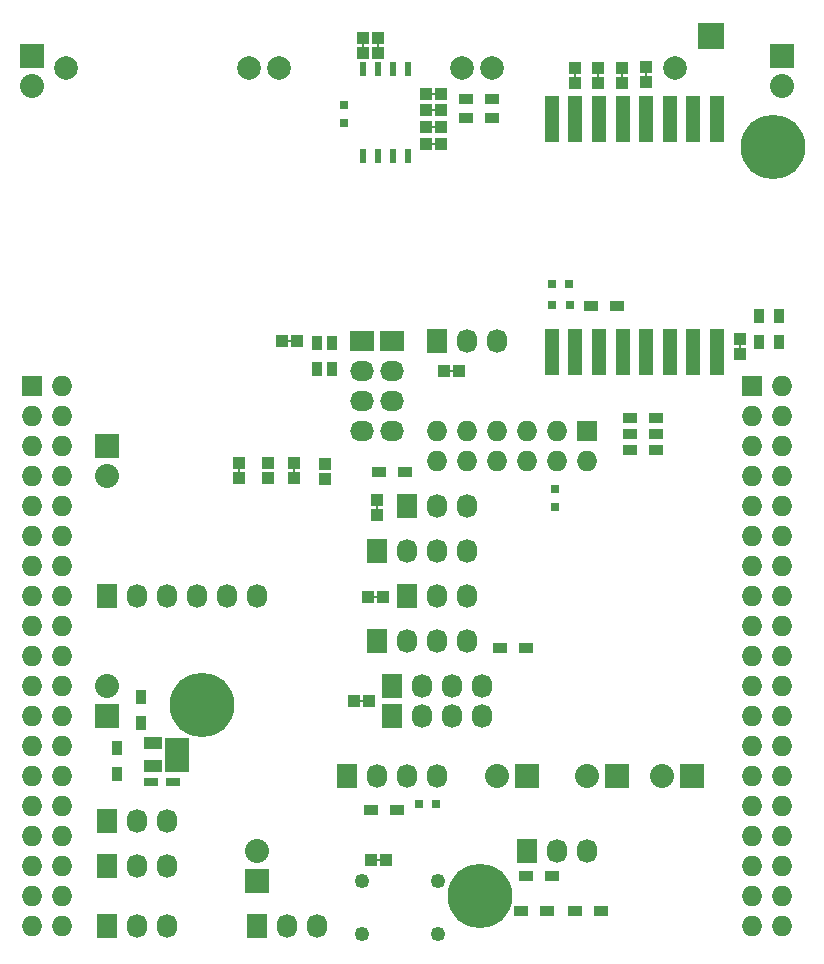
<source format=gbs>
G04 #@! TF.FileFunction,Soldermask,Bot*
%FSLAX46Y46*%
G04 Gerber Fmt 4.6, Leading zero omitted, Abs format (unit mm)*
G04 Created by KiCad (PCBNEW (2015-03-26 BZR 5542)-product) date 4/10/2015 4:12:41 PM*
%MOMM*%
G01*
G04 APERTURE LIST*
%ADD10C,0.100000*%
%ADD11R,1.727200X1.727200*%
%ADD12O,1.727200X1.727200*%
%ADD13R,1.200000X0.750000*%
%ADD14R,0.750000X0.800000*%
%ADD15R,0.800000X0.750000*%
%ADD16R,1.016000X1.016000*%
%ADD17R,0.203200X0.508000*%
%ADD18R,0.508000X0.203200*%
%ADD19R,2.032000X2.032000*%
%ADD20O,2.032000X2.032000*%
%ADD21R,2.032000X1.727200*%
%ADD22O,2.032000X1.727200*%
%ADD23R,1.727200X2.032000*%
%ADD24O,1.727200X2.032000*%
%ADD25R,0.900000X1.200000*%
%ADD26R,1.200000X0.900000*%
%ADD27R,1.200000X4.000000*%
%ADD28R,2.235200X2.235200*%
%ADD29C,2.000000*%
%ADD30C,1.250000*%
%ADD31C,5.461000*%
%ADD32R,1.500000X1.000000*%
%ADD33R,2.050000X2.900000*%
%ADD34R,0.508000X1.143000*%
G04 APERTURE END LIST*
D10*
D11*
X124460000Y-80010000D03*
D12*
X127000000Y-80010000D03*
X124460000Y-82550000D03*
X127000000Y-82550000D03*
X124460000Y-85090000D03*
X127000000Y-85090000D03*
X124460000Y-87630000D03*
X127000000Y-87630000D03*
X124460000Y-90170000D03*
X127000000Y-90170000D03*
X124460000Y-92710000D03*
X127000000Y-92710000D03*
X124460000Y-95250000D03*
X127000000Y-95250000D03*
X124460000Y-97790000D03*
X127000000Y-97790000D03*
X124460000Y-100330000D03*
X127000000Y-100330000D03*
X124460000Y-102870000D03*
X127000000Y-102870000D03*
X124460000Y-105410000D03*
X127000000Y-105410000D03*
X124460000Y-107950000D03*
X127000000Y-107950000D03*
X124460000Y-110490000D03*
X127000000Y-110490000D03*
X124460000Y-113030000D03*
X127000000Y-113030000D03*
X124460000Y-115570000D03*
X127000000Y-115570000D03*
X124460000Y-118110000D03*
X127000000Y-118110000D03*
X124460000Y-120650000D03*
X127000000Y-120650000D03*
X124460000Y-123190000D03*
X127000000Y-123190000D03*
X124460000Y-125730000D03*
X127000000Y-125730000D03*
D13*
X134559000Y-113538000D03*
X136459000Y-113538000D03*
D14*
X150876000Y-57773000D03*
X150876000Y-56273000D03*
D15*
X168490200Y-71399400D03*
X169990200Y-71399400D03*
X168515600Y-73152000D03*
X170015600Y-73152000D03*
D14*
X168808400Y-88810400D03*
X168808400Y-90310400D03*
D15*
X157238000Y-115417600D03*
X158738000Y-115417600D03*
D16*
X184429400Y-77343000D03*
X184429400Y-76073000D03*
D17*
X184429400Y-76708000D03*
D16*
X141986000Y-86588600D03*
X141986000Y-87858600D03*
D17*
X141986000Y-87223600D03*
D16*
X146710400Y-86563200D03*
X146710400Y-87833200D03*
D17*
X146710400Y-87198200D03*
D16*
X152527000Y-50546000D03*
X152527000Y-51816000D03*
D17*
X152527000Y-51181000D03*
D16*
X153797000Y-50546000D03*
X153797000Y-51816000D03*
D17*
X153797000Y-51181000D03*
D16*
X159080200Y-58115200D03*
X157810200Y-58115200D03*
D18*
X158445200Y-58115200D03*
D16*
X159080200Y-59563000D03*
X157810200Y-59563000D03*
D18*
X158445200Y-59563000D03*
D16*
X157810200Y-56692800D03*
X159080200Y-56692800D03*
D18*
X158445200Y-56692800D03*
D16*
X157810200Y-55295800D03*
X159080200Y-55295800D03*
D18*
X158445200Y-55295800D03*
D16*
X154482800Y-120218200D03*
X153212800Y-120218200D03*
D18*
X153847800Y-120218200D03*
D19*
X130810000Y-85090000D03*
D20*
X130810000Y-87630000D03*
D21*
X152400000Y-76200000D03*
D22*
X152400000Y-78740000D03*
X152400000Y-81280000D03*
X152400000Y-83820000D03*
D23*
X166370000Y-119380000D03*
D24*
X168910000Y-119380000D03*
X171450000Y-119380000D03*
D21*
X154940000Y-76200000D03*
D22*
X154940000Y-78740000D03*
X154940000Y-81280000D03*
X154940000Y-83820000D03*
D23*
X130810000Y-120650000D03*
D24*
X133350000Y-120650000D03*
X135890000Y-120650000D03*
D23*
X143510000Y-125730000D03*
D24*
X146050000Y-125730000D03*
X148590000Y-125730000D03*
D23*
X156210000Y-90170000D03*
D24*
X158750000Y-90170000D03*
X161290000Y-90170000D03*
D23*
X156210000Y-97790000D03*
D24*
X158750000Y-97790000D03*
X161290000Y-97790000D03*
D23*
X130810000Y-125730000D03*
D24*
X133350000Y-125730000D03*
X135890000Y-125730000D03*
D25*
X131724400Y-110685400D03*
X131724400Y-112885400D03*
X186080400Y-76334800D03*
X186080400Y-74134800D03*
D26*
X168130400Y-124536200D03*
X165930400Y-124536200D03*
X172626200Y-124510800D03*
X170426200Y-124510800D03*
D25*
X187706000Y-76334800D03*
X187706000Y-74134800D03*
D26*
X161206000Y-57353200D03*
X163406000Y-57353200D03*
X161206000Y-55727600D03*
X163406000Y-55727600D03*
D25*
X149860000Y-76370000D03*
X149860000Y-78570000D03*
X148590000Y-76370000D03*
X148590000Y-78570000D03*
D26*
X175125200Y-85471000D03*
X177325200Y-85471000D03*
X175125200Y-84124800D03*
X177325200Y-84124800D03*
X168486000Y-121539000D03*
X166286000Y-121539000D03*
X175125200Y-82778600D03*
X177325200Y-82778600D03*
X155405000Y-115951000D03*
X153205000Y-115951000D03*
X171797800Y-73304400D03*
X173997800Y-73304400D03*
X156090800Y-87299800D03*
X153890800Y-87299800D03*
X164076200Y-102209600D03*
X166276200Y-102209600D03*
D11*
X185420000Y-80010000D03*
D12*
X187960000Y-80010000D03*
X185420000Y-82550000D03*
X187960000Y-82550000D03*
X185420000Y-85090000D03*
X187960000Y-85090000D03*
X185420000Y-87630000D03*
X187960000Y-87630000D03*
X185420000Y-90170000D03*
X187960000Y-90170000D03*
X185420000Y-92710000D03*
X187960000Y-92710000D03*
X185420000Y-95250000D03*
X187960000Y-95250000D03*
X185420000Y-97790000D03*
X187960000Y-97790000D03*
X185420000Y-100330000D03*
X187960000Y-100330000D03*
X185420000Y-102870000D03*
X187960000Y-102870000D03*
X185420000Y-105410000D03*
X187960000Y-105410000D03*
X185420000Y-107950000D03*
X187960000Y-107950000D03*
X185420000Y-110490000D03*
X187960000Y-110490000D03*
X185420000Y-113030000D03*
X187960000Y-113030000D03*
X185420000Y-115570000D03*
X187960000Y-115570000D03*
X185420000Y-118110000D03*
X187960000Y-118110000D03*
X185420000Y-120650000D03*
X187960000Y-120650000D03*
X185420000Y-123190000D03*
X187960000Y-123190000D03*
X185420000Y-125730000D03*
X187960000Y-125730000D03*
D27*
X182488600Y-77132200D03*
X180488600Y-77132200D03*
X178488600Y-77132200D03*
X176488600Y-77132200D03*
X174488600Y-77132200D03*
X172488600Y-77132200D03*
X170488600Y-77132200D03*
X168488600Y-77132200D03*
X168488600Y-57432200D03*
X170488600Y-57432200D03*
X172488600Y-57432200D03*
X174488600Y-57432200D03*
X176488600Y-57432200D03*
X178488600Y-57432200D03*
X180488600Y-57432200D03*
X182488600Y-57432200D03*
D16*
X144500600Y-86588600D03*
X144500600Y-87858600D03*
X149326600Y-86614000D03*
X149326600Y-87884000D03*
X145694400Y-76200000D03*
X146964400Y-76200000D03*
D18*
X146329400Y-76200000D03*
D16*
X151765000Y-106680000D03*
X153035000Y-106680000D03*
D18*
X152400000Y-106680000D03*
D16*
X159385000Y-78740000D03*
X160655000Y-78740000D03*
D18*
X160020000Y-78740000D03*
D16*
X170484800Y-54432200D03*
X170484800Y-53162200D03*
D17*
X170484800Y-53797200D03*
D16*
X172440600Y-54381400D03*
X172440600Y-53111400D03*
D17*
X172440600Y-53746400D03*
D16*
X174447200Y-54381400D03*
X174447200Y-53111400D03*
D17*
X174447200Y-53746400D03*
D16*
X176479200Y-54330600D03*
X176479200Y-53060600D03*
D17*
X176479200Y-53695600D03*
D16*
X153695400Y-89662000D03*
X153695400Y-90932000D03*
D17*
X153695400Y-90297000D03*
D16*
X154178000Y-97917000D03*
X152908000Y-97917000D03*
D18*
X153543000Y-97917000D03*
D19*
X130810000Y-107950000D03*
D20*
X130810000Y-105410000D03*
D23*
X151130000Y-113030000D03*
D24*
X153670000Y-113030000D03*
X156210000Y-113030000D03*
X158750000Y-113030000D03*
D23*
X130810000Y-97790000D03*
D24*
X133350000Y-97790000D03*
X135890000Y-97790000D03*
X138430000Y-97790000D03*
X140970000Y-97790000D03*
X143510000Y-97790000D03*
D23*
X153670000Y-93980000D03*
D24*
X156210000Y-93980000D03*
X158750000Y-93980000D03*
X161290000Y-93980000D03*
D23*
X130810000Y-116840000D03*
D24*
X133350000Y-116840000D03*
X135890000Y-116840000D03*
D23*
X154940000Y-107950000D03*
D24*
X157480000Y-107950000D03*
X160020000Y-107950000D03*
X162560000Y-107950000D03*
D23*
X158750000Y-76200000D03*
D24*
X161290000Y-76200000D03*
X163830000Y-76200000D03*
D23*
X154940000Y-105410000D03*
D24*
X157480000Y-105410000D03*
X160020000Y-105410000D03*
X162560000Y-105410000D03*
D11*
X171450000Y-83820000D03*
D12*
X171450000Y-86360000D03*
X168910000Y-83820000D03*
X168910000Y-86360000D03*
X166370000Y-83820000D03*
X166370000Y-86360000D03*
X163830000Y-83820000D03*
X163830000Y-86360000D03*
X161290000Y-83820000D03*
X161290000Y-86360000D03*
X158750000Y-83820000D03*
X158750000Y-86360000D03*
D23*
X153670000Y-101600000D03*
D24*
X156210000Y-101600000D03*
X158750000Y-101600000D03*
X161290000Y-101600000D03*
D28*
X181991000Y-50419000D03*
D19*
X173990000Y-113030000D03*
D20*
X171450000Y-113030000D03*
D19*
X166370000Y-113030000D03*
D20*
X163830000Y-113030000D03*
D19*
X143510000Y-121920000D03*
D20*
X143510000Y-119380000D03*
D19*
X180340000Y-113030000D03*
D20*
X177800000Y-113030000D03*
D19*
X124460000Y-52070000D03*
D20*
X124460000Y-54610000D03*
D19*
X187960000Y-52070000D03*
D20*
X187960000Y-54610000D03*
D29*
X160882000Y-53086000D03*
X145442000Y-53086000D03*
X142848000Y-53086000D03*
X127408000Y-53086000D03*
X178916000Y-53086000D03*
X163476000Y-53086000D03*
D30*
X152398660Y-121917900D03*
X158898660Y-121917900D03*
X152398660Y-126417900D03*
X158898660Y-126417900D03*
D31*
X162407600Y-123240800D03*
X138887200Y-107035600D03*
X187198000Y-59791600D03*
D32*
X134763000Y-110302000D03*
X134763000Y-112202000D03*
D33*
X136788000Y-111252000D03*
D34*
X152527000Y-60597000D03*
X153797000Y-60597000D03*
X155067000Y-60597000D03*
X156337000Y-60597000D03*
X156337000Y-53195000D03*
X155067000Y-53195000D03*
X153797000Y-53195000D03*
X152527000Y-53195000D03*
D25*
X133731000Y-108542000D03*
X133731000Y-106342000D03*
M02*

</source>
